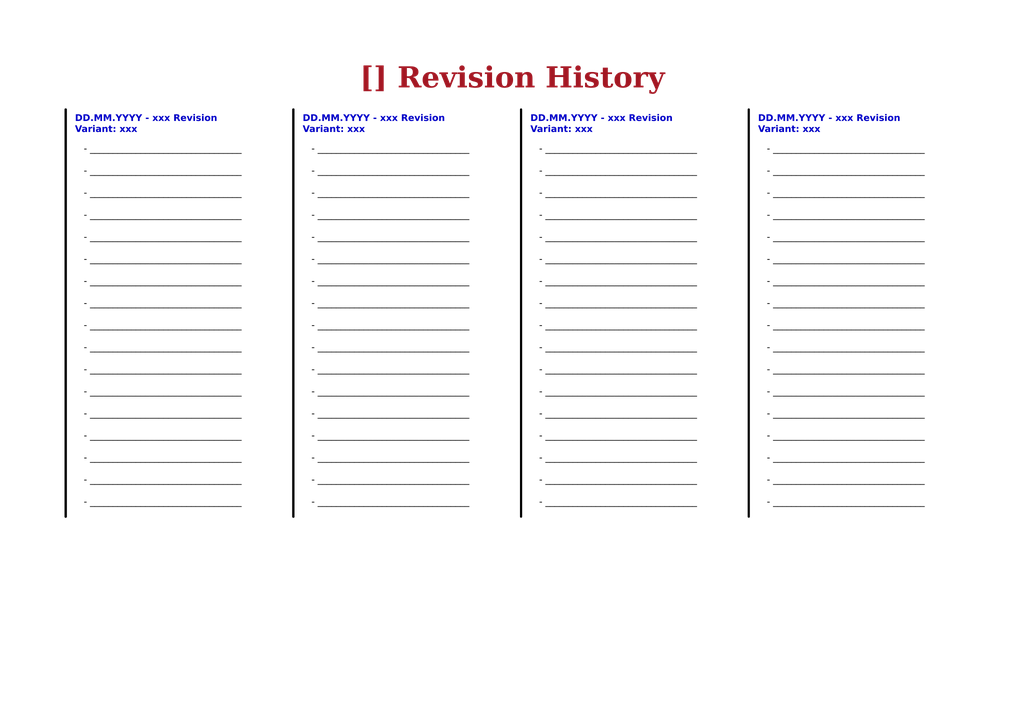
<source format=kicad_sch>
(kicad_sch
	(version 20250114)
	(generator "eeschema")
	(generator_version "9.0")
	(uuid "ea8c4f5e-7a49-4faf-a994-dbc85ed86b0a")
	(paper "A4")
	(title_block
		(title "Revision History")
		(date "2025-09-09")
		(rev "${REVISION}")
		(company "${COMPANY}")
	)
	(lib_symbols)
	(text_box "- _________________________________\n\n- _________________________________\n\n- _________________________________\n\n- _________________________________\n\n- _________________________________\n\n- _________________________________\n\n- _________________________________\n\n- _________________________________\n\n- _________________________________\n\n- _________________________________\n\n- _________________________________\n\n- _________________________________\n\n- _________________________________\n\n- _________________________________\n\n- _________________________________\n\n- _________________________________\n\n- _________________________________"
		(exclude_from_sim no)
		(at 220.98 40.64 0)
		(size 58.42 115.57)
		(margins 1.4287 1.4287 1.4287 1.4287)
		(stroke
			(width -0.0001)
			(type default)
		)
		(fill
			(type none)
		)
		(effects
			(font
				(face "Arial")
				(size 1.905 1.905)
				(color 0 0 0 1)
			)
			(justify left top)
		)
		(uuid "0c062e2b-2be1-4307-b752-045c211787f4")
	)
	(text_box "DD.MM.YYYY - xxx Revision\nVariant: xxx"
		(exclude_from_sim no)
		(at 86.36 31.75 0)
		(size 57.15 7.62)
		(margins 1.4287 1.4287 1.4287 1.4287)
		(stroke
			(width -0.0001)
			(type default)
		)
		(fill
			(type none)
		)
		(effects
			(font
				(face "Arial")
				(size 1.905 1.905)
				(thickness 0.254)
				(bold yes)
			)
			(justify left top)
		)
		(uuid "14f2d7b6-dcd6-4c43-91a3-c7a76690654c")
	)
	(text_box "[${#}] ${TITLE}"
		(exclude_from_sim no)
		(at 80.01 16.51 0)
		(size 137.16 12.7)
		(margins 4.4999 4.4999 4.4999 4.4999)
		(stroke
			(width -0.0001)
			(type default)
		)
		(fill
			(type none)
		)
		(effects
			(font
				(face "Times New Roman")
				(size 6 6)
				(thickness 1.2)
				(bold yes)
				(color 162 22 34 1)
			)
		)
		(uuid "20a0a094-ac98-46df-bdac-21d5721f7697")
	)
	(text_box "DD.MM.YYYY - xxx Revision\nVariant: xxx"
		(exclude_from_sim no)
		(at 152.4 31.75 0)
		(size 57.15 7.62)
		(margins 1.4287 1.4287 1.4287 1.4287)
		(stroke
			(width -0.0001)
			(type default)
		)
		(fill
			(type none)
		)
		(effects
			(font
				(face "Arial")
				(size 1.905 1.905)
				(thickness 0.254)
				(bold yes)
			)
			(justify left top)
		)
		(uuid "61447e65-3862-4ca7-a61e-5d8506cb38bb")
	)
	(text_box "- _________________________________\n\n- _________________________________\n\n- _________________________________\n\n- _________________________________\n\n- _________________________________\n\n- _________________________________\n\n- _________________________________\n\n- _________________________________\n\n- _________________________________\n\n- _________________________________\n\n- _________________________________\n\n- _________________________________\n\n- _________________________________\n\n- _________________________________\n\n- _________________________________\n\n- _________________________________\n\n- _________________________________"
		(exclude_from_sim no)
		(at 22.86 40.64 0)
		(size 58.42 115.57)
		(margins 1.4287 1.4287 1.4287 1.4287)
		(stroke
			(width -0.0001)
			(type default)
		)
		(fill
			(type none)
		)
		(effects
			(font
				(face "Arial")
				(size 1.905 1.905)
				(color 0 0 0 1)
			)
			(justify left top)
		)
		(uuid "7cea8527-91c8-47c3-a860-064e128bcffe")
	)
	(text_box "- _________________________________\n\n- _________________________________\n\n- _________________________________\n\n- _________________________________\n\n- _________________________________\n\n- _________________________________\n\n- _________________________________\n\n- _________________________________\n\n- _________________________________\n\n- _________________________________\n\n- _________________________________\n\n- _________________________________\n\n- _________________________________\n\n- _________________________________\n\n- _________________________________\n\n- _________________________________\n\n- _________________________________"
		(exclude_from_sim no)
		(at 154.94 40.64 0)
		(size 58.42 115.57)
		(margins 1.4287 1.4287 1.4287 1.4287)
		(stroke
			(width -0.0001)
			(type default)
		)
		(fill
			(type none)
		)
		(effects
			(font
				(face "Arial")
				(size 1.905 1.905)
				(color 0 0 0 1)
			)
			(justify left top)
		)
		(uuid "8ad0acb7-8a2e-40a2-87c7-888a93359ccd")
	)
	(text_box "DD.MM.YYYY - xxx Revision\nVariant: xxx"
		(exclude_from_sim no)
		(at 20.32 31.75 0)
		(size 57.15 7.62)
		(margins 1.4287 1.4287 1.4287 1.4287)
		(stroke
			(width -0.0001)
			(type default)
		)
		(fill
			(type none)
		)
		(effects
			(font
				(face "Arial")
				(size 1.905 1.905)
				(thickness 0.254)
				(bold yes)
			)
			(justify left top)
		)
		(uuid "922c5813-4880-4ddf-ba01-939f72022a9d")
	)
	(text_box "- _________________________________\n\n- _________________________________\n\n- _________________________________\n\n- _________________________________\n\n- _________________________________\n\n- _________________________________\n\n- _________________________________\n\n- _________________________________\n\n- _________________________________\n\n- _________________________________\n\n- _________________________________\n\n- _________________________________\n\n- _________________________________\n\n- _________________________________\n\n- _________________________________\n\n- _________________________________\n\n- _________________________________"
		(exclude_from_sim no)
		(at 88.9 40.64 0)
		(size 58.42 115.57)
		(margins 1.4287 1.4287 1.4287 1.4287)
		(stroke
			(width -0.0001)
			(type default)
		)
		(fill
			(type none)
		)
		(effects
			(font
				(face "Arial")
				(size 1.905 1.905)
				(color 0 0 0 1)
			)
			(justify left top)
		)
		(uuid "cd63b456-8f62-4290-9191-6ad427c40f65")
	)
	(text_box "DD.MM.YYYY - xxx Revision\nVariant: xxx"
		(exclude_from_sim no)
		(at 218.44 31.75 0)
		(size 57.15 7.62)
		(margins 1.4287 1.4287 1.4287 1.4287)
		(stroke
			(width -0.0001)
			(type default)
		)
		(fill
			(type none)
		)
		(effects
			(font
				(face "Arial")
				(size 1.905 1.905)
				(thickness 0.254)
				(bold yes)
			)
			(justify left top)
		)
		(uuid "f47af890-f55a-44bf-b54f-b7df3adde008")
	)
	(polyline
		(pts
			(xy 19.05 31.75) (xy 19.05 149.86)
		)
		(stroke
			(width 0.635)
			(type default)
			(color 0 0 0 1)
		)
		(uuid "4849fe72-6429-4f5b-a9e6-56656658a37b")
	)
	(polyline
		(pts
			(xy 85.09 31.75) (xy 85.09 149.86)
		)
		(stroke
			(width 0.635)
			(type default)
			(color 0 0 0 1)
		)
		(uuid "5f29c90a-4bd5-401c-a0f6-a99df09914f4")
	)
	(polyline
		(pts
			(xy 85.09 31.75) (xy 85.09 149.86)
		)
		(stroke
			(width 0.635)
			(type default)
			(color 0 0 0 1)
		)
		(uuid "74018a10-ab58-4dc2-b4e6-376117e1ffc0")
	)
	(polyline
		(pts
			(xy 151.13 31.75) (xy 151.13 149.86)
		)
		(stroke
			(width 0.635)
			(type default)
			(color 0 0 0 1)
		)
		(uuid "a6b610d4-f09b-4d6e-ac67-0bb3d0e09fbe")
	)
	(polyline
		(pts
			(xy 19.05 31.75) (xy 19.05 149.86)
		)
		(stroke
			(width 0.635)
			(type default)
			(color 0 0 0 1)
		)
		(uuid "b271ef24-6836-4d14-b8f8-8568bc734aca")
	)
	(polyline
		(pts
			(xy 217.17 31.75) (xy 217.17 149.86)
		)
		(stroke
			(width 0.635)
			(type default)
			(color 0 0 0 1)
		)
		(uuid "fe21cbb6-f53c-41a1-bc1c-520e82f71f78")
	)
)

</source>
